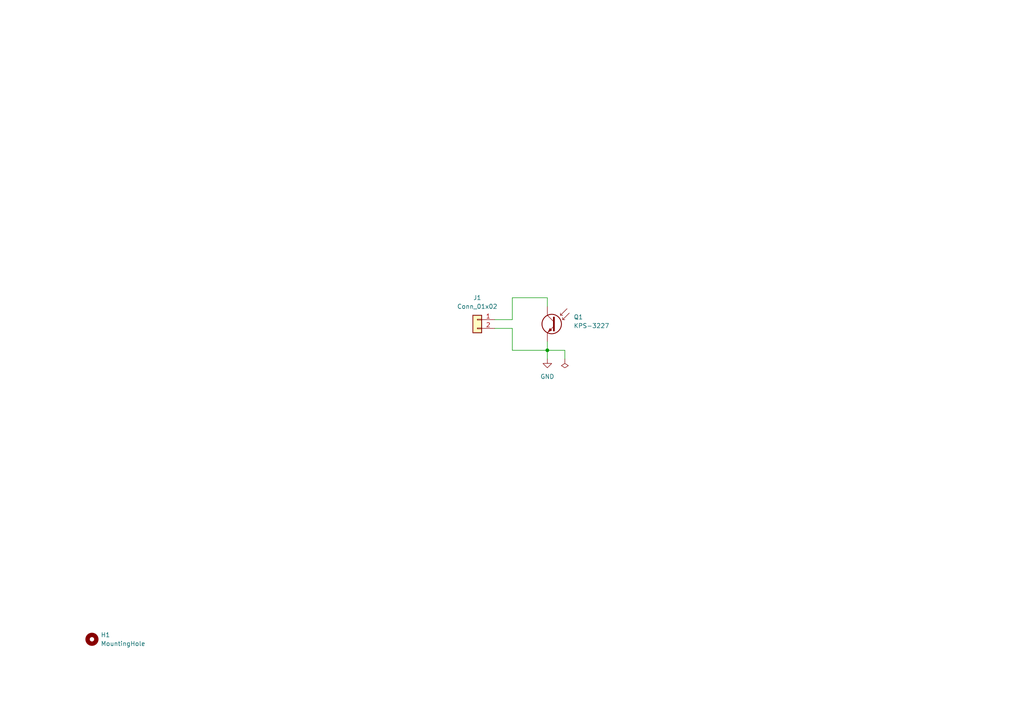
<source format=kicad_sch>
(kicad_sch (version 20231120) (generator "eeschema") (generator_version "8.0")
  (paper "A4")
  (title_block (title "BleSmartLock - LightSensor") (date "2024-03-12") (rev "1.0") (company "AM163"))
  (lib_symbols
    (symbol "Connector_Generic:Conn_01x02" (pin_names (offset 1.016) hide)
      (property "Reference" "J" (at 0 2.54 0))
      (property "Value" "Conn_01x02" (at 0 -5.08 0))
      (symbol "Conn_01x02_1_1"
        (rectangle (start -1.27 -2.413) (end 0 -2.667) (stroke (width 0.1524)))
        (rectangle (start -1.27 0.127) (end 0 -0.127) (stroke (width 0.1524)))
        (rectangle (start -1.27 1.27) (end 1.27 -3.81) (stroke (width 0.254)) (fill (type background)))
        (pin passive line (at -5.08 0 0) (length 3.81) (name "Pin_1") (number "1"))
        (pin passive line (at -5.08 -2.54 0) (length 3.81) (name "Pin_2") (number "2"))
      )
    )
    (symbol "Mechanical:MountingHole" (pin_names (offset 1.016))
      (property "Reference" "H" (at 0 5.08 0))
      (property "Value" "MountingHole" (at 0 3.175 0))
      (symbol "MountingHole_0_1"
        (circle (center 0 0) (radius 1.27) (stroke (width 1.27)))
      )
    )
    (symbol "Sensor_Optical:KPS-3227" (pin_numbers hide)
      (property "Reference" "Q" (at 3.81 1.27 0))
      (property "Value" "KPS-3227" (at 7.62 -1.27 0))
      (symbol "KPS-3227_1_1"
        (circle (center -1.27 0) (radius 2.8194) (stroke (width 0.254)))
        (polyline (pts (xy -4.445 1.27) (xy -5.08 1.27)))
        (polyline (pts (xy -3.81 2.54) (xy -4.445 2.54)))
        (polyline (pts (xy -1.905 0.635) (xy 0 2.54)))
        (polyline (pts (xy -6.35 3.175) (xy -4.445 1.27) (xy -4.445 1.905)))
        (polyline (pts (xy -5.715 4.445) (xy -3.81 2.54) (xy -3.81 3.175)))
        (polyline (pts (xy -1.905 -0.635) (xy 0 -2.54) (xy 0 -2.54)))
        (polyline (pts (xy -1.905 1.905) (xy -1.905 -1.905) (xy -1.905 -1.905)) (stroke (width 0.508)))
        (polyline (pts (xy -1.27 -1.778) (xy -0.762 -1.27) (xy -0.254 -2.286) (xy -1.27 -1.778) (xy -1.27 -1.778)) (fill (type outline)))
        (pin passive line (at 0 5.08 270) (length 2.54) (name "~") (number "1"))
        (pin passive line (at 0 -5.08 90) (length 2.54) (name "~") (number "2"))
        (pin passive line (at 0 5.08 270) (length 2.54) hide (name "~") (number "3"))
        (pin passive line (at 0 -5.08 90) (length 2.54) hide (name "~") (number "4"))
      )
    )
    (symbol "power:GND" (power) (pin_numbers hide) (pin_names (offset 0) hide)
      (property "Value" "GND" (at 0 -3.81 0))
      (symbol "GND_0_1"
        (polyline (pts (xy 0 0) (xy 0 -1.27) (xy 1.27 -1.27) (xy 0 -2.54) (xy -1.27 -1.27) (xy 0 -1.27)))
      )
      (symbol "GND_1_1"
        (pin power_in line (at 0 0 270) (length 0) (name "~") (number "1"))
      )
    )
    (symbol "power:PWR_FLAG" (power) (pin_numbers hide) (pin_names (offset 0) hide)
      (property "Value" "PWR_FLAG" (at 0 3.81 0))
      (symbol "PWR_FLAG_0_0"
        (pin power_out line (at 0 0 90) (length 0) (name "~") (number "1"))
      )
      (symbol "PWR_FLAG_0_1"
        (polyline (pts (xy 0 0) (xy 0 1.27) (xy -1.016 1.905) (xy 0 2.54) (xy 1.016 1.905) (xy 0 1.27)))
      )
    )
  )
  (junction (at 158.75 101.6))
  (wire (pts (xy 163.83 104.14) (xy 163.83 101.6)))
  (wire (pts (xy 163.83 101.6) (xy 158.75 101.6)))
  (wire (pts (xy 143.51 95.25) (xy 148.59 95.25)))
  (wire (pts (xy 148.59 86.36) (xy 158.75 86.36)))
  (wire (pts (xy 143.51 92.71) (xy 148.59 92.71)))
  (wire (pts (xy 158.75 86.36) (xy 158.75 88.9)))
  (wire (pts (xy 148.59 92.71) (xy 148.59 86.36)))
  (wire (pts (xy 148.59 95.25) (xy 148.59 101.6)))
  (wire (pts (xy 158.75 101.6) (xy 158.75 99.06)))
  (wire (pts (xy 148.59 101.6) (xy 158.75 101.6)))
  (wire (pts (xy 158.75 101.6) (xy 158.75 104.14)))
  (symbol (lib_id "Connector_Generic:Conn_01x02") (at 138.43 92.71 0) (mirror y) (unit 1)
    (property "Reference" "J1" (at 138.43 86.36 0))
    (property "Value" "Conn_01x02" (at 138.43 88.9 0))
    (property "Footprint" "Connector_JST:JST_PH_B2B-PH-K_1x02_P2.00mm_Vertical" (effects (hide yes)))
    (property "Description" "Generic connector, single row, 01x02, script generated (kicad-library-utils/schlib/autogen/connector/)" (effects (hide yes)))
    (property "Vendor" "JST:B2B-PH-K-S" (effects (hide yes)))
  )
  (symbol (lib_id "power:PWR_FLAG") (at 163.83 104.14 180) (unit 1)
    (property "Reference" "#FLG01" (effects (hide yes)))
    (property "Value" "PWR_FLAG" (effects (hide yes)))
    (property "Description" "Special symbol for telling ERC where power comes from" (effects (hide yes)))
  )
  (symbol (lib_id "power:GND") (at 158.75 104.14 0) (unit 1)
    (property "Reference" "#PWR01" (effects (hide yes)))
    (property "Value" "GND" (at 158.75 109.22 0))
    (property "Description" "Power symbol creates a global label with name \"GND\" , ground" (effects (hide yes)))
  )
  (symbol (lib_id "Sensor_Optical:KPS-3227") (at 158.75 93.98 0) (mirror y) (unit 1)
    (property "Reference" "Q1" (at 166.37 91.9606 0) (effects (justify right)))
    (property "Value" "KPS-3227" (at 166.37 94.5006 0) (effects (justify right)))
    (property "Footprint" "OptoDevice:Kingbright_KPS-3227" (effects (hide yes)))
    (property "Datasheet" "https://www.kingbright.com/attachments/file/psearch/000/00/00/KPS-3227SP1C(Ver.16).pdf" (effects (hide yes)))
    (property "Description" "Ambient light NPN phototransistor, KPS-3227" (effects (hide yes)))
  )
  (symbol (lib_id "Mechanical:MountingHole") (at 26.67 185.42 0) (unit 1)
    (property "Reference" "H1" (at 29.21 184.1499 0) (effects (justify left)))
    (property "Value" "MountingHole" (at 29.21 186.6899 0) (effects (justify left)))
    (property "Footprint" "MountingHole:MountingHole_3.2mm_M3" (effects (hide yes)))
    (property "Description" "Mounting Hole without connection" (effects (hide yes)))
  )
)
</source>
